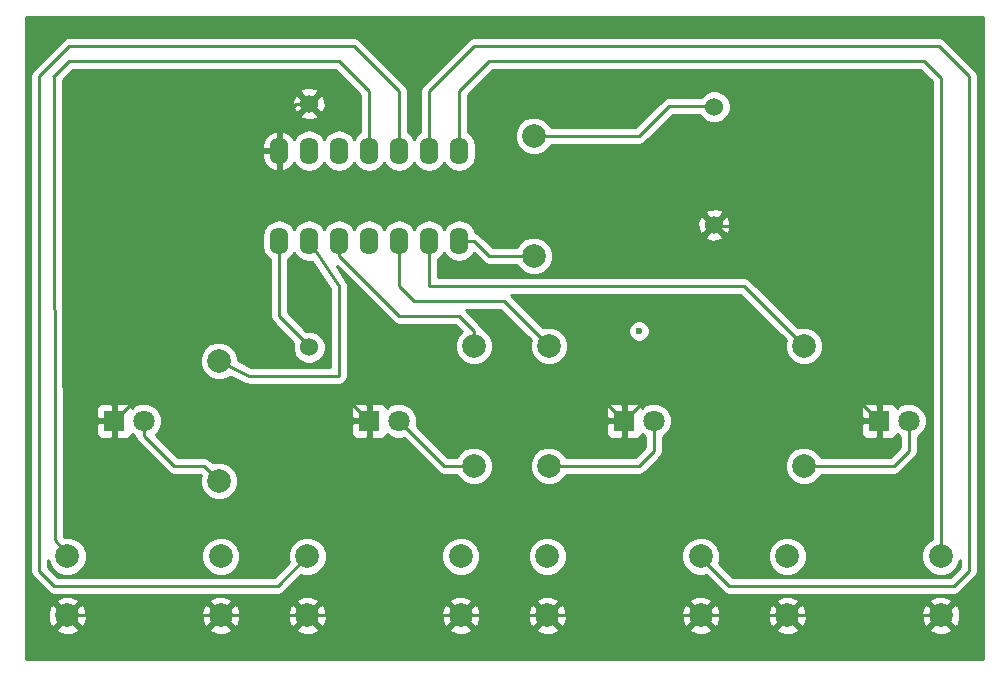
<source format=gbr>
G04 #@! TF.FileFunction,Copper,L1,Top,Signal*
%FSLAX46Y46*%
G04 Gerber Fmt 4.6, Leading zero omitted, Abs format (unit mm)*
G04 Created by KiCad (PCBNEW 4.0.6) date Sat Jun 24 19:56:57 2017*
%MOMM*%
%LPD*%
G01*
G04 APERTURE LIST*
%ADD10C,0.100000*%
%ADD11C,1.524000*%
%ADD12C,1.800000*%
%ADD13R,1.800000X1.800000*%
%ADD14O,1.600000X2.300000*%
%ADD15C,1.998980*%
%ADD16C,2.000000*%
%ADD17C,0.600000*%
%ADD18C,0.250000*%
%ADD19C,0.254000*%
G04 APERTURE END LIST*
D10*
D11*
X125730000Y-84900000D03*
X125730000Y-105520000D03*
D12*
X111760000Y-111760000D03*
D13*
X109220000Y-111760000D03*
D12*
X133350000Y-111760000D03*
D13*
X130810000Y-111760000D03*
D12*
X154940000Y-111760000D03*
D13*
X152400000Y-111760000D03*
D12*
X176530000Y-111760000D03*
D13*
X173990000Y-111760000D03*
D14*
X123190000Y-96520000D03*
X125730000Y-96520000D03*
X128270000Y-96520000D03*
X130810000Y-96520000D03*
X133350000Y-96520000D03*
X135890000Y-96520000D03*
X138430000Y-96520000D03*
X138430000Y-88900000D03*
X135890000Y-88900000D03*
X133350000Y-88900000D03*
X130810000Y-88900000D03*
X128270000Y-88900000D03*
X125730000Y-88900000D03*
X123190000Y-88900000D03*
D15*
X118110000Y-106680000D03*
X118110000Y-116840000D03*
X139700000Y-105410000D03*
X139700000Y-115570000D03*
X146050000Y-105410000D03*
X146050000Y-115570000D03*
X167640000Y-105410000D03*
X167640000Y-115570000D03*
X144780000Y-97790000D03*
X144780000Y-87630000D03*
D11*
X160020000Y-85170000D03*
X160020000Y-95170000D03*
D16*
X118260000Y-123230000D03*
X118260000Y-128230000D03*
X105260000Y-128230000D03*
X105260000Y-123230000D03*
X138580000Y-123230000D03*
X138580000Y-128230000D03*
X125580000Y-128230000D03*
X125580000Y-123230000D03*
X158900000Y-123230000D03*
X158900000Y-128230000D03*
X145900000Y-128230000D03*
X145900000Y-123230000D03*
X179220000Y-123230000D03*
X179220000Y-128230000D03*
X166220000Y-128230000D03*
X166220000Y-123230000D03*
D17*
X153670000Y-104140000D03*
D18*
X125730000Y-105520000D02*
X125730000Y-105410000D01*
X125730000Y-105410000D02*
X123190000Y-102870000D01*
X123190000Y-102870000D02*
X123190000Y-96520000D01*
X166220000Y-128230000D02*
X179220000Y-128230000D01*
X158900000Y-128230000D02*
X166220000Y-128230000D01*
X145900000Y-128230000D02*
X158900000Y-128230000D01*
X138580000Y-128230000D02*
X145900000Y-128230000D01*
X125580000Y-128230000D02*
X138580000Y-128230000D01*
X118260000Y-128230000D02*
X125580000Y-128230000D01*
X105260000Y-128230000D02*
X118260000Y-128230000D01*
X145900000Y-128230000D02*
X145900000Y-128120000D01*
X145900000Y-128120000D02*
X142240000Y-124460000D01*
X142240000Y-124460000D02*
X142240000Y-120650000D01*
X142240000Y-120650000D02*
X139700000Y-118110000D01*
X139700000Y-118110000D02*
X134620000Y-118110000D01*
X134620000Y-118110000D02*
X130810000Y-114300000D01*
X130810000Y-114300000D02*
X130810000Y-111760000D01*
X173990000Y-111760000D02*
X173990000Y-104140000D01*
X165100000Y-95250000D02*
X160100000Y-95250000D01*
X173990000Y-104140000D02*
X165100000Y-95250000D01*
X160100000Y-95250000D02*
X160020000Y-95170000D01*
X123190000Y-88900000D02*
X123190000Y-86360000D01*
X124650000Y-84900000D02*
X125730000Y-84900000D01*
X123190000Y-86360000D02*
X124650000Y-84900000D01*
X109220000Y-111760000D02*
X109220000Y-88900000D01*
X111640000Y-86480000D02*
X115570000Y-86480000D01*
X109220000Y-88900000D02*
X111640000Y-86480000D01*
X109220000Y-111760000D02*
X111760000Y-109220000D01*
X128270000Y-109220000D02*
X130810000Y-111760000D01*
X111760000Y-109220000D02*
X128270000Y-109220000D01*
X130810000Y-111760000D02*
X130810000Y-110490000D01*
X130810000Y-110490000D02*
X132080000Y-109220000D01*
X132080000Y-109220000D02*
X149860000Y-109220000D01*
X149860000Y-109220000D02*
X152400000Y-111760000D01*
X152400000Y-111760000D02*
X154940000Y-109220000D01*
X171450000Y-109220000D02*
X173990000Y-111760000D01*
X167640000Y-109220000D02*
X171450000Y-109220000D01*
X154940000Y-109220000D02*
X167640000Y-109220000D01*
X115570000Y-86480000D02*
X115570000Y-87630000D01*
X115570000Y-87630000D02*
X116840000Y-88900000D01*
X116840000Y-88900000D02*
X123190000Y-88900000D01*
X115690000Y-86480000D02*
X115570000Y-86480000D01*
X123270000Y-88820000D02*
X123190000Y-88900000D01*
X111760000Y-111760000D02*
X111760000Y-113030000D01*
X116840000Y-115570000D02*
X118110000Y-116840000D01*
X114300000Y-115570000D02*
X116840000Y-115570000D01*
X111760000Y-113030000D02*
X114300000Y-115570000D01*
X133350000Y-111760000D02*
X135890000Y-114300000D01*
X137160000Y-115570000D02*
X139700000Y-115570000D01*
X135890000Y-114300000D02*
X137160000Y-115570000D01*
X146050000Y-115570000D02*
X153670000Y-115570000D01*
X154940000Y-114300000D02*
X154940000Y-111760000D01*
X153670000Y-115570000D02*
X154940000Y-114300000D01*
X167640000Y-115570000D02*
X175260000Y-115570000D01*
X176530000Y-114300000D02*
X176530000Y-111760000D01*
X175260000Y-115570000D02*
X176530000Y-114300000D01*
X125730000Y-96520000D02*
X128270000Y-100330000D01*
X120650000Y-107950000D02*
X118110000Y-106680000D01*
X128270000Y-107950000D02*
X120650000Y-107950000D01*
X128270000Y-104140000D02*
X128270000Y-107950000D01*
X128270000Y-100330000D02*
X128270000Y-104140000D01*
X139700000Y-105410000D02*
X139700000Y-104140000D01*
X128270000Y-97790000D02*
X128270000Y-96520000D01*
X133350000Y-102870000D02*
X128270000Y-97790000D01*
X138430000Y-102870000D02*
X133350000Y-102870000D01*
X139700000Y-104140000D02*
X138430000Y-102870000D01*
X135890000Y-96520000D02*
X135890000Y-100330000D01*
X162560000Y-100330000D02*
X167640000Y-105410000D01*
X152400000Y-100330000D02*
X162560000Y-100330000D01*
X135890000Y-100330000D02*
X152400000Y-100330000D01*
X133350000Y-96520000D02*
X133350000Y-100330000D01*
X142240000Y-101600000D02*
X146050000Y-105410000D01*
X134620000Y-101600000D02*
X142240000Y-101600000D01*
X133350000Y-100330000D02*
X134620000Y-101600000D01*
X138430000Y-96520000D02*
X139700000Y-96520000D01*
X140970000Y-97790000D02*
X144780000Y-97790000D01*
X139700000Y-96520000D02*
X140970000Y-97790000D01*
X104140000Y-82550000D02*
X104203890Y-121856110D01*
X104203890Y-121856110D02*
X105260000Y-122912220D01*
X105260000Y-122912220D02*
X105260000Y-123230000D01*
X130810000Y-88900000D02*
X130810000Y-83820000D01*
X105410000Y-81280000D02*
X104140000Y-82550000D01*
X104140000Y-82550000D02*
X104076110Y-82585718D01*
X128270000Y-81280000D02*
X105410000Y-81280000D01*
X130810000Y-83820000D02*
X128270000Y-81280000D01*
X133350000Y-88900000D02*
X133350000Y-83820000D01*
X123080000Y-125730000D02*
X125580000Y-123230000D01*
X104140000Y-125730000D02*
X123080000Y-125730000D01*
X102870000Y-124460000D02*
X104140000Y-125730000D01*
X102870000Y-82550000D02*
X102870000Y-124460000D01*
X105410000Y-80010000D02*
X102870000Y-82550000D01*
X129540000Y-80010000D02*
X105410000Y-80010000D01*
X133350000Y-83820000D02*
X129540000Y-80010000D01*
X135890000Y-88900000D02*
X135890000Y-83820000D01*
X161290000Y-125730000D02*
X158900000Y-123340000D01*
X180340000Y-125730000D02*
X161290000Y-125730000D01*
X181610000Y-124460000D02*
X180340000Y-125730000D01*
X181610000Y-82550000D02*
X181610000Y-124460000D01*
X179070000Y-80010000D02*
X181610000Y-82550000D01*
X139700000Y-80010000D02*
X179070000Y-80010000D01*
X135890000Y-83820000D02*
X139700000Y-80010000D01*
X158900000Y-123340000D02*
X158900000Y-123230000D01*
X158900000Y-123340000D02*
X158900000Y-123230000D01*
X138430000Y-88900000D02*
X138430000Y-83820000D01*
X179220000Y-82700000D02*
X179220000Y-123230000D01*
X177800000Y-81280000D02*
X179220000Y-82700000D01*
X140970000Y-81280000D02*
X177800000Y-81280000D01*
X138430000Y-83820000D02*
X140970000Y-81280000D01*
X144780000Y-87630000D02*
X153670000Y-87630000D01*
X156210000Y-85090000D02*
X159940000Y-85090000D01*
X153670000Y-87630000D02*
X156210000Y-85090000D01*
X159940000Y-85090000D02*
X160020000Y-85170000D01*
D19*
G36*
X182753000Y-131953000D02*
X101727000Y-131953000D01*
X101727000Y-129382532D01*
X104287073Y-129382532D01*
X104385736Y-129649387D01*
X104995461Y-129875908D01*
X105645460Y-129851856D01*
X106134264Y-129649387D01*
X106232927Y-129382532D01*
X117287073Y-129382532D01*
X117385736Y-129649387D01*
X117995461Y-129875908D01*
X118645460Y-129851856D01*
X119134264Y-129649387D01*
X119232927Y-129382532D01*
X124607073Y-129382532D01*
X124705736Y-129649387D01*
X125315461Y-129875908D01*
X125965460Y-129851856D01*
X126454264Y-129649387D01*
X126552927Y-129382532D01*
X137607073Y-129382532D01*
X137705736Y-129649387D01*
X138315461Y-129875908D01*
X138965460Y-129851856D01*
X139454264Y-129649387D01*
X139552927Y-129382532D01*
X144927073Y-129382532D01*
X145025736Y-129649387D01*
X145635461Y-129875908D01*
X146285460Y-129851856D01*
X146774264Y-129649387D01*
X146872927Y-129382532D01*
X157927073Y-129382532D01*
X158025736Y-129649387D01*
X158635461Y-129875908D01*
X159285460Y-129851856D01*
X159774264Y-129649387D01*
X159872927Y-129382532D01*
X165247073Y-129382532D01*
X165345736Y-129649387D01*
X165955461Y-129875908D01*
X166605460Y-129851856D01*
X167094264Y-129649387D01*
X167192927Y-129382532D01*
X178247073Y-129382532D01*
X178345736Y-129649387D01*
X178955461Y-129875908D01*
X179605460Y-129851856D01*
X180094264Y-129649387D01*
X180192927Y-129382532D01*
X179220000Y-128409605D01*
X178247073Y-129382532D01*
X167192927Y-129382532D01*
X166220000Y-128409605D01*
X165247073Y-129382532D01*
X159872927Y-129382532D01*
X158900000Y-128409605D01*
X157927073Y-129382532D01*
X146872927Y-129382532D01*
X145900000Y-128409605D01*
X144927073Y-129382532D01*
X139552927Y-129382532D01*
X138580000Y-128409605D01*
X137607073Y-129382532D01*
X126552927Y-129382532D01*
X125580000Y-128409605D01*
X124607073Y-129382532D01*
X119232927Y-129382532D01*
X118260000Y-128409605D01*
X117287073Y-129382532D01*
X106232927Y-129382532D01*
X105260000Y-128409605D01*
X104287073Y-129382532D01*
X101727000Y-129382532D01*
X101727000Y-127965461D01*
X103614092Y-127965461D01*
X103638144Y-128615460D01*
X103840613Y-129104264D01*
X104107468Y-129202927D01*
X105080395Y-128230000D01*
X105439605Y-128230000D01*
X106412532Y-129202927D01*
X106679387Y-129104264D01*
X106905908Y-128494539D01*
X106886331Y-127965461D01*
X116614092Y-127965461D01*
X116638144Y-128615460D01*
X116840613Y-129104264D01*
X117107468Y-129202927D01*
X118080395Y-128230000D01*
X118439605Y-128230000D01*
X119412532Y-129202927D01*
X119679387Y-129104264D01*
X119905908Y-128494539D01*
X119886331Y-127965461D01*
X123934092Y-127965461D01*
X123958144Y-128615460D01*
X124160613Y-129104264D01*
X124427468Y-129202927D01*
X125400395Y-128230000D01*
X125759605Y-128230000D01*
X126732532Y-129202927D01*
X126999387Y-129104264D01*
X127225908Y-128494539D01*
X127206331Y-127965461D01*
X136934092Y-127965461D01*
X136958144Y-128615460D01*
X137160613Y-129104264D01*
X137427468Y-129202927D01*
X138400395Y-128230000D01*
X138759605Y-128230000D01*
X139732532Y-129202927D01*
X139999387Y-129104264D01*
X140225908Y-128494539D01*
X140206331Y-127965461D01*
X144254092Y-127965461D01*
X144278144Y-128615460D01*
X144480613Y-129104264D01*
X144747468Y-129202927D01*
X145720395Y-128230000D01*
X146079605Y-128230000D01*
X147052532Y-129202927D01*
X147319387Y-129104264D01*
X147545908Y-128494539D01*
X147526331Y-127965461D01*
X157254092Y-127965461D01*
X157278144Y-128615460D01*
X157480613Y-129104264D01*
X157747468Y-129202927D01*
X158720395Y-128230000D01*
X159079605Y-128230000D01*
X160052532Y-129202927D01*
X160319387Y-129104264D01*
X160545908Y-128494539D01*
X160526331Y-127965461D01*
X164574092Y-127965461D01*
X164598144Y-128615460D01*
X164800613Y-129104264D01*
X165067468Y-129202927D01*
X166040395Y-128230000D01*
X166399605Y-128230000D01*
X167372532Y-129202927D01*
X167639387Y-129104264D01*
X167865908Y-128494539D01*
X167846331Y-127965461D01*
X177574092Y-127965461D01*
X177598144Y-128615460D01*
X177800613Y-129104264D01*
X178067468Y-129202927D01*
X179040395Y-128230000D01*
X179399605Y-128230000D01*
X180372532Y-129202927D01*
X180639387Y-129104264D01*
X180865908Y-128494539D01*
X180841856Y-127844540D01*
X180639387Y-127355736D01*
X180372532Y-127257073D01*
X179399605Y-128230000D01*
X179040395Y-128230000D01*
X178067468Y-127257073D01*
X177800613Y-127355736D01*
X177574092Y-127965461D01*
X167846331Y-127965461D01*
X167841856Y-127844540D01*
X167639387Y-127355736D01*
X167372532Y-127257073D01*
X166399605Y-128230000D01*
X166040395Y-128230000D01*
X165067468Y-127257073D01*
X164800613Y-127355736D01*
X164574092Y-127965461D01*
X160526331Y-127965461D01*
X160521856Y-127844540D01*
X160319387Y-127355736D01*
X160052532Y-127257073D01*
X159079605Y-128230000D01*
X158720395Y-128230000D01*
X157747468Y-127257073D01*
X157480613Y-127355736D01*
X157254092Y-127965461D01*
X147526331Y-127965461D01*
X147521856Y-127844540D01*
X147319387Y-127355736D01*
X147052532Y-127257073D01*
X146079605Y-128230000D01*
X145720395Y-128230000D01*
X144747468Y-127257073D01*
X144480613Y-127355736D01*
X144254092Y-127965461D01*
X140206331Y-127965461D01*
X140201856Y-127844540D01*
X139999387Y-127355736D01*
X139732532Y-127257073D01*
X138759605Y-128230000D01*
X138400395Y-128230000D01*
X137427468Y-127257073D01*
X137160613Y-127355736D01*
X136934092Y-127965461D01*
X127206331Y-127965461D01*
X127201856Y-127844540D01*
X126999387Y-127355736D01*
X126732532Y-127257073D01*
X125759605Y-128230000D01*
X125400395Y-128230000D01*
X124427468Y-127257073D01*
X124160613Y-127355736D01*
X123934092Y-127965461D01*
X119886331Y-127965461D01*
X119881856Y-127844540D01*
X119679387Y-127355736D01*
X119412532Y-127257073D01*
X118439605Y-128230000D01*
X118080395Y-128230000D01*
X117107468Y-127257073D01*
X116840613Y-127355736D01*
X116614092Y-127965461D01*
X106886331Y-127965461D01*
X106881856Y-127844540D01*
X106679387Y-127355736D01*
X106412532Y-127257073D01*
X105439605Y-128230000D01*
X105080395Y-128230000D01*
X104107468Y-127257073D01*
X103840613Y-127355736D01*
X103614092Y-127965461D01*
X101727000Y-127965461D01*
X101727000Y-127077468D01*
X104287073Y-127077468D01*
X105260000Y-128050395D01*
X106232927Y-127077468D01*
X117287073Y-127077468D01*
X118260000Y-128050395D01*
X119232927Y-127077468D01*
X124607073Y-127077468D01*
X125580000Y-128050395D01*
X126552927Y-127077468D01*
X137607073Y-127077468D01*
X138580000Y-128050395D01*
X139552927Y-127077468D01*
X144927073Y-127077468D01*
X145900000Y-128050395D01*
X146872927Y-127077468D01*
X157927073Y-127077468D01*
X158900000Y-128050395D01*
X159872927Y-127077468D01*
X165247073Y-127077468D01*
X166220000Y-128050395D01*
X167192927Y-127077468D01*
X178247073Y-127077468D01*
X179220000Y-128050395D01*
X180192927Y-127077468D01*
X180094264Y-126810613D01*
X179484539Y-126584092D01*
X178834540Y-126608144D01*
X178345736Y-126810613D01*
X178247073Y-127077468D01*
X167192927Y-127077468D01*
X167094264Y-126810613D01*
X166484539Y-126584092D01*
X165834540Y-126608144D01*
X165345736Y-126810613D01*
X165247073Y-127077468D01*
X159872927Y-127077468D01*
X159774264Y-126810613D01*
X159164539Y-126584092D01*
X158514540Y-126608144D01*
X158025736Y-126810613D01*
X157927073Y-127077468D01*
X146872927Y-127077468D01*
X146774264Y-126810613D01*
X146164539Y-126584092D01*
X145514540Y-126608144D01*
X145025736Y-126810613D01*
X144927073Y-127077468D01*
X139552927Y-127077468D01*
X139454264Y-126810613D01*
X138844539Y-126584092D01*
X138194540Y-126608144D01*
X137705736Y-126810613D01*
X137607073Y-127077468D01*
X126552927Y-127077468D01*
X126454264Y-126810613D01*
X125844539Y-126584092D01*
X125194540Y-126608144D01*
X124705736Y-126810613D01*
X124607073Y-127077468D01*
X119232927Y-127077468D01*
X119134264Y-126810613D01*
X118524539Y-126584092D01*
X117874540Y-126608144D01*
X117385736Y-126810613D01*
X117287073Y-127077468D01*
X106232927Y-127077468D01*
X106134264Y-126810613D01*
X105524539Y-126584092D01*
X104874540Y-126608144D01*
X104385736Y-126810613D01*
X104287073Y-127077468D01*
X101727000Y-127077468D01*
X101727000Y-82550000D01*
X102110000Y-82550000D01*
X102110000Y-124460000D01*
X102167852Y-124750839D01*
X102332599Y-124997401D01*
X103602599Y-126267401D01*
X103849160Y-126432148D01*
X104140000Y-126490000D01*
X123080000Y-126490000D01*
X123370839Y-126432148D01*
X123617401Y-126267401D01*
X125088527Y-124796275D01*
X125253352Y-124864716D01*
X125903795Y-124865284D01*
X126504943Y-124616894D01*
X126965278Y-124157363D01*
X127214716Y-123556648D01*
X127214718Y-123553795D01*
X136944716Y-123553795D01*
X137193106Y-124154943D01*
X137652637Y-124615278D01*
X138253352Y-124864716D01*
X138903795Y-124865284D01*
X139504943Y-124616894D01*
X139965278Y-124157363D01*
X140214716Y-123556648D01*
X140214718Y-123553795D01*
X144264716Y-123553795D01*
X144513106Y-124154943D01*
X144972637Y-124615278D01*
X145573352Y-124864716D01*
X146223795Y-124865284D01*
X146824943Y-124616894D01*
X147285278Y-124157363D01*
X147534716Y-123556648D01*
X147535284Y-122906205D01*
X147286894Y-122305057D01*
X146827363Y-121844722D01*
X146226648Y-121595284D01*
X145576205Y-121594716D01*
X144975057Y-121843106D01*
X144514722Y-122302637D01*
X144265284Y-122903352D01*
X144264716Y-123553795D01*
X140214718Y-123553795D01*
X140215284Y-122906205D01*
X139966894Y-122305057D01*
X139507363Y-121844722D01*
X138906648Y-121595284D01*
X138256205Y-121594716D01*
X137655057Y-121843106D01*
X137194722Y-122302637D01*
X136945284Y-122903352D01*
X136944716Y-123553795D01*
X127214718Y-123553795D01*
X127215284Y-122906205D01*
X126966894Y-122305057D01*
X126507363Y-121844722D01*
X125906648Y-121595284D01*
X125256205Y-121594716D01*
X124655057Y-121843106D01*
X124194722Y-122302637D01*
X123945284Y-122903352D01*
X123944716Y-123553795D01*
X124013919Y-123721279D01*
X122765198Y-124970000D01*
X104454802Y-124970000D01*
X103630000Y-124145198D01*
X103630000Y-123566583D01*
X103873106Y-124154943D01*
X104332637Y-124615278D01*
X104933352Y-124864716D01*
X105583795Y-124865284D01*
X106184943Y-124616894D01*
X106645278Y-124157363D01*
X106894716Y-123556648D01*
X106894718Y-123553795D01*
X116624716Y-123553795D01*
X116873106Y-124154943D01*
X117332637Y-124615278D01*
X117933352Y-124864716D01*
X118583795Y-124865284D01*
X119184943Y-124616894D01*
X119645278Y-124157363D01*
X119894716Y-123556648D01*
X119895284Y-122906205D01*
X119646894Y-122305057D01*
X119187363Y-121844722D01*
X118586648Y-121595284D01*
X117936205Y-121594716D01*
X117335057Y-121843106D01*
X116874722Y-122302637D01*
X116625284Y-122903352D01*
X116624716Y-123553795D01*
X106894718Y-123553795D01*
X106895284Y-122906205D01*
X106646894Y-122305057D01*
X106187363Y-121844722D01*
X105586648Y-121595284D01*
X105017369Y-121594787D01*
X104963378Y-121540796D01*
X104947945Y-112045750D01*
X107685000Y-112045750D01*
X107685000Y-112786310D01*
X107781673Y-113019699D01*
X107960302Y-113198327D01*
X108193691Y-113295000D01*
X108934250Y-113295000D01*
X109093000Y-113136250D01*
X109093000Y-111887000D01*
X107843750Y-111887000D01*
X107685000Y-112045750D01*
X104947945Y-112045750D01*
X104945813Y-110733690D01*
X107685000Y-110733690D01*
X107685000Y-111474250D01*
X107843750Y-111633000D01*
X109093000Y-111633000D01*
X109093000Y-110383750D01*
X109347000Y-110383750D01*
X109347000Y-111633000D01*
X109367000Y-111633000D01*
X109367000Y-111887000D01*
X109347000Y-111887000D01*
X109347000Y-113136250D01*
X109505750Y-113295000D01*
X110246309Y-113295000D01*
X110479698Y-113198327D01*
X110658327Y-113019699D01*
X110714119Y-112885006D01*
X110889357Y-113060551D01*
X111016586Y-113113381D01*
X111057852Y-113320839D01*
X111222599Y-113567401D01*
X113762599Y-116107401D01*
X114009160Y-116272148D01*
X114057414Y-116281746D01*
X114300000Y-116330000D01*
X116525198Y-116330000D01*
X116544115Y-116348917D01*
X116475794Y-116513453D01*
X116475226Y-117163694D01*
X116723538Y-117764655D01*
X117182927Y-118224846D01*
X117783453Y-118474206D01*
X118433694Y-118474774D01*
X119034655Y-118226462D01*
X119494846Y-117767073D01*
X119744206Y-117166547D01*
X119744774Y-116516306D01*
X119496462Y-115915345D01*
X119037073Y-115455154D01*
X118436547Y-115205794D01*
X117786306Y-115205226D01*
X117619111Y-115274309D01*
X117377401Y-115032599D01*
X117130839Y-114867852D01*
X116840000Y-114810000D01*
X114614802Y-114810000D01*
X112747725Y-112942923D01*
X113060551Y-112630643D01*
X113294733Y-112066670D01*
X113294751Y-112045750D01*
X129275000Y-112045750D01*
X129275000Y-112786310D01*
X129371673Y-113019699D01*
X129550302Y-113198327D01*
X129783691Y-113295000D01*
X130524250Y-113295000D01*
X130683000Y-113136250D01*
X130683000Y-111887000D01*
X129433750Y-111887000D01*
X129275000Y-112045750D01*
X113294751Y-112045750D01*
X113295265Y-111456009D01*
X113062068Y-110891629D01*
X112904405Y-110733690D01*
X129275000Y-110733690D01*
X129275000Y-111474250D01*
X129433750Y-111633000D01*
X130683000Y-111633000D01*
X130683000Y-110383750D01*
X130937000Y-110383750D01*
X130937000Y-111633000D01*
X130957000Y-111633000D01*
X130957000Y-111887000D01*
X130937000Y-111887000D01*
X130937000Y-113136250D01*
X131095750Y-113295000D01*
X131836309Y-113295000D01*
X132069698Y-113198327D01*
X132248327Y-113019699D01*
X132304119Y-112885006D01*
X132479357Y-113060551D01*
X133043330Y-113294733D01*
X133653991Y-113295265D01*
X133764713Y-113249515D01*
X136622599Y-116107401D01*
X136869160Y-116272148D01*
X137160000Y-116330000D01*
X138245504Y-116330000D01*
X138313538Y-116494655D01*
X138772927Y-116954846D01*
X139373453Y-117204206D01*
X140023694Y-117204774D01*
X140624655Y-116956462D01*
X141084846Y-116497073D01*
X141334206Y-115896547D01*
X141334208Y-115893694D01*
X144415226Y-115893694D01*
X144663538Y-116494655D01*
X145122927Y-116954846D01*
X145723453Y-117204206D01*
X146373694Y-117204774D01*
X146974655Y-116956462D01*
X147434846Y-116497073D01*
X147504221Y-116330000D01*
X153670000Y-116330000D01*
X153960839Y-116272148D01*
X154207401Y-116107401D01*
X154421108Y-115893694D01*
X166005226Y-115893694D01*
X166253538Y-116494655D01*
X166712927Y-116954846D01*
X167313453Y-117204206D01*
X167963694Y-117204774D01*
X168564655Y-116956462D01*
X169024846Y-116497073D01*
X169094221Y-116330000D01*
X175260000Y-116330000D01*
X175550839Y-116272148D01*
X175797401Y-116107401D01*
X177067401Y-114837401D01*
X177232148Y-114590840D01*
X177290000Y-114300000D01*
X177290000Y-113106846D01*
X177398371Y-113062068D01*
X177830551Y-112630643D01*
X178064733Y-112066670D01*
X178065265Y-111456009D01*
X177832068Y-110891629D01*
X177400643Y-110459449D01*
X176836670Y-110225267D01*
X176226009Y-110224735D01*
X175661629Y-110457932D01*
X175484159Y-110635092D01*
X175428327Y-110500301D01*
X175249698Y-110321673D01*
X175016309Y-110225000D01*
X174275750Y-110225000D01*
X174117000Y-110383750D01*
X174117000Y-111633000D01*
X174137000Y-111633000D01*
X174137000Y-111887000D01*
X174117000Y-111887000D01*
X174117000Y-113136250D01*
X174275750Y-113295000D01*
X175016309Y-113295000D01*
X175249698Y-113198327D01*
X175428327Y-113019699D01*
X175484119Y-112885006D01*
X175659357Y-113060551D01*
X175770000Y-113106494D01*
X175770000Y-113985198D01*
X174945198Y-114810000D01*
X169094496Y-114810000D01*
X169026462Y-114645345D01*
X168567073Y-114185154D01*
X167966547Y-113935794D01*
X167316306Y-113935226D01*
X166715345Y-114183538D01*
X166255154Y-114642927D01*
X166005794Y-115243453D01*
X166005226Y-115893694D01*
X154421108Y-115893694D01*
X155477401Y-114837401D01*
X155642148Y-114590840D01*
X155700000Y-114300000D01*
X155700000Y-113106846D01*
X155808371Y-113062068D01*
X156240551Y-112630643D01*
X156474733Y-112066670D01*
X156474751Y-112045750D01*
X172455000Y-112045750D01*
X172455000Y-112786310D01*
X172551673Y-113019699D01*
X172730302Y-113198327D01*
X172963691Y-113295000D01*
X173704250Y-113295000D01*
X173863000Y-113136250D01*
X173863000Y-111887000D01*
X172613750Y-111887000D01*
X172455000Y-112045750D01*
X156474751Y-112045750D01*
X156475265Y-111456009D01*
X156242068Y-110891629D01*
X156084405Y-110733690D01*
X172455000Y-110733690D01*
X172455000Y-111474250D01*
X172613750Y-111633000D01*
X173863000Y-111633000D01*
X173863000Y-110383750D01*
X173704250Y-110225000D01*
X172963691Y-110225000D01*
X172730302Y-110321673D01*
X172551673Y-110500301D01*
X172455000Y-110733690D01*
X156084405Y-110733690D01*
X155810643Y-110459449D01*
X155246670Y-110225267D01*
X154636009Y-110224735D01*
X154071629Y-110457932D01*
X153894159Y-110635092D01*
X153838327Y-110500301D01*
X153659698Y-110321673D01*
X153426309Y-110225000D01*
X152685750Y-110225000D01*
X152527000Y-110383750D01*
X152527000Y-111633000D01*
X152547000Y-111633000D01*
X152547000Y-111887000D01*
X152527000Y-111887000D01*
X152527000Y-113136250D01*
X152685750Y-113295000D01*
X153426309Y-113295000D01*
X153659698Y-113198327D01*
X153838327Y-113019699D01*
X153894119Y-112885006D01*
X154069357Y-113060551D01*
X154180000Y-113106494D01*
X154180000Y-113985198D01*
X153355198Y-114810000D01*
X147504496Y-114810000D01*
X147436462Y-114645345D01*
X146977073Y-114185154D01*
X146376547Y-113935794D01*
X145726306Y-113935226D01*
X145125345Y-114183538D01*
X144665154Y-114642927D01*
X144415794Y-115243453D01*
X144415226Y-115893694D01*
X141334208Y-115893694D01*
X141334774Y-115246306D01*
X141086462Y-114645345D01*
X140627073Y-114185154D01*
X140026547Y-113935794D01*
X139376306Y-113935226D01*
X138775345Y-114183538D01*
X138315154Y-114642927D01*
X138245779Y-114810000D01*
X137474802Y-114810000D01*
X134839766Y-112174964D01*
X134884733Y-112066670D01*
X134884751Y-112045750D01*
X150865000Y-112045750D01*
X150865000Y-112786310D01*
X150961673Y-113019699D01*
X151140302Y-113198327D01*
X151373691Y-113295000D01*
X152114250Y-113295000D01*
X152273000Y-113136250D01*
X152273000Y-111887000D01*
X151023750Y-111887000D01*
X150865000Y-112045750D01*
X134884751Y-112045750D01*
X134885265Y-111456009D01*
X134652068Y-110891629D01*
X134494405Y-110733690D01*
X150865000Y-110733690D01*
X150865000Y-111474250D01*
X151023750Y-111633000D01*
X152273000Y-111633000D01*
X152273000Y-110383750D01*
X152114250Y-110225000D01*
X151373691Y-110225000D01*
X151140302Y-110321673D01*
X150961673Y-110500301D01*
X150865000Y-110733690D01*
X134494405Y-110733690D01*
X134220643Y-110459449D01*
X133656670Y-110225267D01*
X133046009Y-110224735D01*
X132481629Y-110457932D01*
X132304159Y-110635092D01*
X132248327Y-110500301D01*
X132069698Y-110321673D01*
X131836309Y-110225000D01*
X131095750Y-110225000D01*
X130937000Y-110383750D01*
X130683000Y-110383750D01*
X130524250Y-110225000D01*
X129783691Y-110225000D01*
X129550302Y-110321673D01*
X129371673Y-110500301D01*
X129275000Y-110733690D01*
X112904405Y-110733690D01*
X112630643Y-110459449D01*
X112066670Y-110225267D01*
X111456009Y-110224735D01*
X110891629Y-110457932D01*
X110714159Y-110635092D01*
X110658327Y-110500301D01*
X110479698Y-110321673D01*
X110246309Y-110225000D01*
X109505750Y-110225000D01*
X109347000Y-110383750D01*
X109093000Y-110383750D01*
X108934250Y-110225000D01*
X108193691Y-110225000D01*
X107960302Y-110321673D01*
X107781673Y-110500301D01*
X107685000Y-110733690D01*
X104945813Y-110733690D01*
X104939750Y-107003694D01*
X116475226Y-107003694D01*
X116723538Y-107604655D01*
X117182927Y-108064846D01*
X117783453Y-108314206D01*
X118433694Y-108314774D01*
X119034655Y-108066462D01*
X119084332Y-108016872D01*
X120310117Y-108629765D01*
X120336458Y-108636978D01*
X120359161Y-108652148D01*
X120478635Y-108675913D01*
X120596124Y-108708087D01*
X120623214Y-108704672D01*
X120650000Y-108710000D01*
X128270000Y-108710000D01*
X128560839Y-108652148D01*
X128807401Y-108487401D01*
X128972148Y-108240839D01*
X129030000Y-107950000D01*
X129030000Y-100330000D01*
X129015473Y-100256969D01*
X129015551Y-100182511D01*
X128986828Y-100112962D01*
X128972148Y-100039161D01*
X128930781Y-99977251D01*
X128902358Y-99908428D01*
X128079822Y-98674624D01*
X132812599Y-103407401D01*
X133059161Y-103572148D01*
X133350000Y-103630000D01*
X138115198Y-103630000D01*
X138641924Y-104156726D01*
X138315154Y-104482927D01*
X138065794Y-105083453D01*
X138065226Y-105733694D01*
X138313538Y-106334655D01*
X138772927Y-106794846D01*
X139373453Y-107044206D01*
X140023694Y-107044774D01*
X140624655Y-106796462D01*
X141084846Y-106337073D01*
X141334206Y-105736547D01*
X141334774Y-105086306D01*
X141086462Y-104485345D01*
X140627073Y-104025154D01*
X140420057Y-103939193D01*
X140402148Y-103849161D01*
X140402148Y-103849160D01*
X140237401Y-103602599D01*
X138994802Y-102360000D01*
X141925198Y-102360000D01*
X144484115Y-104918917D01*
X144415794Y-105083453D01*
X144415226Y-105733694D01*
X144663538Y-106334655D01*
X145122927Y-106794846D01*
X145723453Y-107044206D01*
X146373694Y-107044774D01*
X146974655Y-106796462D01*
X147434846Y-106337073D01*
X147684206Y-105736547D01*
X147684774Y-105086306D01*
X147436462Y-104485345D01*
X147276564Y-104325167D01*
X152734838Y-104325167D01*
X152876883Y-104668943D01*
X153139673Y-104932192D01*
X153483201Y-105074838D01*
X153855167Y-105075162D01*
X154198943Y-104933117D01*
X154462192Y-104670327D01*
X154604838Y-104326799D01*
X154605162Y-103954833D01*
X154463117Y-103611057D01*
X154200327Y-103347808D01*
X153856799Y-103205162D01*
X153484833Y-103204838D01*
X153141057Y-103346883D01*
X152877808Y-103609673D01*
X152735162Y-103953201D01*
X152734838Y-104325167D01*
X147276564Y-104325167D01*
X146977073Y-104025154D01*
X146376547Y-103775794D01*
X145726306Y-103775226D01*
X145559111Y-103844309D01*
X142804802Y-101090000D01*
X162245198Y-101090000D01*
X166074115Y-104918917D01*
X166005794Y-105083453D01*
X166005226Y-105733694D01*
X166253538Y-106334655D01*
X166712927Y-106794846D01*
X167313453Y-107044206D01*
X167963694Y-107044774D01*
X168564655Y-106796462D01*
X169024846Y-106337073D01*
X169274206Y-105736547D01*
X169274774Y-105086306D01*
X169026462Y-104485345D01*
X168567073Y-104025154D01*
X167966547Y-103775794D01*
X167316306Y-103775226D01*
X167149111Y-103844309D01*
X163097401Y-99792599D01*
X162850839Y-99627852D01*
X162560000Y-99570000D01*
X136650000Y-99570000D01*
X136650000Y-98089852D01*
X136904698Y-97919668D01*
X137160000Y-97537582D01*
X137415302Y-97919668D01*
X137880849Y-98230737D01*
X138430000Y-98339970D01*
X138979151Y-98230737D01*
X139444698Y-97919668D01*
X139677081Y-97571883D01*
X140432599Y-98327401D01*
X140679160Y-98492148D01*
X140970000Y-98550000D01*
X143325504Y-98550000D01*
X143393538Y-98714655D01*
X143852927Y-99174846D01*
X144453453Y-99424206D01*
X145103694Y-99424774D01*
X145704655Y-99176462D01*
X146164846Y-98717073D01*
X146414206Y-98116547D01*
X146414774Y-97466306D01*
X146166462Y-96865345D01*
X145707073Y-96405154D01*
X145106547Y-96155794D01*
X144456306Y-96155226D01*
X143855345Y-96403538D01*
X143395154Y-96862927D01*
X143325779Y-97030000D01*
X141284802Y-97030000D01*
X140405015Y-96150213D01*
X159219392Y-96150213D01*
X159288857Y-96392397D01*
X159812302Y-96579144D01*
X160367368Y-96551362D01*
X160751143Y-96392397D01*
X160820608Y-96150213D01*
X160020000Y-95349605D01*
X159219392Y-96150213D01*
X140405015Y-96150213D01*
X140237401Y-95982599D01*
X139990839Y-95817852D01*
X139794126Y-95778723D01*
X139755767Y-95585879D01*
X139444698Y-95120332D01*
X139208190Y-94962302D01*
X158610856Y-94962302D01*
X158638638Y-95517368D01*
X158797603Y-95901143D01*
X159039787Y-95970608D01*
X159840395Y-95170000D01*
X160199605Y-95170000D01*
X161000213Y-95970608D01*
X161242397Y-95901143D01*
X161429144Y-95377698D01*
X161401362Y-94822632D01*
X161242397Y-94438857D01*
X161000213Y-94369392D01*
X160199605Y-95170000D01*
X159840395Y-95170000D01*
X159039787Y-94369392D01*
X158797603Y-94438857D01*
X158610856Y-94962302D01*
X139208190Y-94962302D01*
X138979151Y-94809263D01*
X138430000Y-94700030D01*
X137880849Y-94809263D01*
X137415302Y-95120332D01*
X137160000Y-95502418D01*
X136904698Y-95120332D01*
X136439151Y-94809263D01*
X135890000Y-94700030D01*
X135340849Y-94809263D01*
X134875302Y-95120332D01*
X134620000Y-95502418D01*
X134364698Y-95120332D01*
X133899151Y-94809263D01*
X133350000Y-94700030D01*
X132800849Y-94809263D01*
X132335302Y-95120332D01*
X132080000Y-95502418D01*
X131824698Y-95120332D01*
X131359151Y-94809263D01*
X130810000Y-94700030D01*
X130260849Y-94809263D01*
X129795302Y-95120332D01*
X129540000Y-95502418D01*
X129284698Y-95120332D01*
X128819151Y-94809263D01*
X128270000Y-94700030D01*
X127720849Y-94809263D01*
X127255302Y-95120332D01*
X127000000Y-95502418D01*
X126744698Y-95120332D01*
X126279151Y-94809263D01*
X125730000Y-94700030D01*
X125180849Y-94809263D01*
X124715302Y-95120332D01*
X124460000Y-95502418D01*
X124204698Y-95120332D01*
X123739151Y-94809263D01*
X123190000Y-94700030D01*
X122640849Y-94809263D01*
X122175302Y-95120332D01*
X121864233Y-95585879D01*
X121755000Y-96135030D01*
X121755000Y-96904970D01*
X121864233Y-97454121D01*
X122175302Y-97919668D01*
X122430000Y-98089852D01*
X122430000Y-102870000D01*
X122487852Y-103160839D01*
X122652599Y-103407401D01*
X124378091Y-105132893D01*
X124333243Y-105240900D01*
X124332758Y-105796661D01*
X124544990Y-106310303D01*
X124937630Y-106703629D01*
X125450900Y-106916757D01*
X126006661Y-106917242D01*
X126520303Y-106705010D01*
X126913629Y-106312370D01*
X127126757Y-105799100D01*
X127127242Y-105243339D01*
X126915010Y-104729697D01*
X126522370Y-104336371D01*
X126009100Y-104123243D01*
X125517616Y-104122814D01*
X123950000Y-102555198D01*
X123950000Y-98089852D01*
X124204698Y-97919668D01*
X124460000Y-97537582D01*
X124715302Y-97919668D01*
X125180849Y-98230737D01*
X125730000Y-98339970D01*
X125994794Y-98287299D01*
X127510000Y-100560109D01*
X127510000Y-107190000D01*
X120829412Y-107190000D01*
X119744520Y-106647554D01*
X119744774Y-106356306D01*
X119496462Y-105755345D01*
X119037073Y-105295154D01*
X118436547Y-105045794D01*
X117786306Y-105045226D01*
X117185345Y-105293538D01*
X116725154Y-105752927D01*
X116475794Y-106353453D01*
X116475226Y-107003694D01*
X104939750Y-107003694D01*
X104918922Y-94189787D01*
X159219392Y-94189787D01*
X160020000Y-94990395D01*
X160820608Y-94189787D01*
X160751143Y-93947603D01*
X160227698Y-93760856D01*
X159672632Y-93788638D01*
X159288857Y-93947603D01*
X159219392Y-94189787D01*
X104918922Y-94189787D01*
X104910530Y-89027000D01*
X121755000Y-89027000D01*
X121755000Y-89377000D01*
X121912834Y-89916483D01*
X122265104Y-90354500D01*
X122758181Y-90624367D01*
X122840961Y-90641904D01*
X123063000Y-90519915D01*
X123063000Y-89027000D01*
X121755000Y-89027000D01*
X104910530Y-89027000D01*
X104909549Y-88423000D01*
X121755000Y-88423000D01*
X121755000Y-88773000D01*
X123063000Y-88773000D01*
X123063000Y-87280085D01*
X122840961Y-87158096D01*
X122758181Y-87175633D01*
X122265104Y-87445500D01*
X121912834Y-87883517D01*
X121755000Y-88423000D01*
X104909549Y-88423000D01*
X104905416Y-85880213D01*
X124929392Y-85880213D01*
X124998857Y-86122397D01*
X125522302Y-86309144D01*
X126077368Y-86281362D01*
X126461143Y-86122397D01*
X126530608Y-85880213D01*
X125730000Y-85079605D01*
X124929392Y-85880213D01*
X104905416Y-85880213D01*
X104903484Y-84692302D01*
X124320856Y-84692302D01*
X124348638Y-85247368D01*
X124507603Y-85631143D01*
X124749787Y-85700608D01*
X125550395Y-84900000D01*
X125909605Y-84900000D01*
X126710213Y-85700608D01*
X126952397Y-85631143D01*
X127139144Y-85107698D01*
X127111362Y-84552632D01*
X126952397Y-84168857D01*
X126710213Y-84099392D01*
X125909605Y-84900000D01*
X125550395Y-84900000D01*
X124749787Y-84099392D01*
X124507603Y-84168857D01*
X124320856Y-84692302D01*
X104903484Y-84692302D01*
X104902229Y-83919787D01*
X124929392Y-83919787D01*
X125730000Y-84720395D01*
X126530608Y-83919787D01*
X126461143Y-83677603D01*
X125937698Y-83490856D01*
X125382632Y-83518638D01*
X124998857Y-83677603D01*
X124929392Y-83919787D01*
X104902229Y-83919787D01*
X104900512Y-82864290D01*
X105724802Y-82040000D01*
X127955198Y-82040000D01*
X130050000Y-84134802D01*
X130050000Y-87330148D01*
X129795302Y-87500332D01*
X129540000Y-87882418D01*
X129284698Y-87500332D01*
X128819151Y-87189263D01*
X128270000Y-87080030D01*
X127720849Y-87189263D01*
X127255302Y-87500332D01*
X127000000Y-87882418D01*
X126744698Y-87500332D01*
X126279151Y-87189263D01*
X125730000Y-87080030D01*
X125180849Y-87189263D01*
X124715302Y-87500332D01*
X124462851Y-87878151D01*
X124114896Y-87445500D01*
X123621819Y-87175633D01*
X123539039Y-87158096D01*
X123317000Y-87280085D01*
X123317000Y-88773000D01*
X123337000Y-88773000D01*
X123337000Y-89027000D01*
X123317000Y-89027000D01*
X123317000Y-90519915D01*
X123539039Y-90641904D01*
X123621819Y-90624367D01*
X124114896Y-90354500D01*
X124462851Y-89921849D01*
X124715302Y-90299668D01*
X125180849Y-90610737D01*
X125730000Y-90719970D01*
X126279151Y-90610737D01*
X126744698Y-90299668D01*
X127000000Y-89917582D01*
X127255302Y-90299668D01*
X127720849Y-90610737D01*
X128270000Y-90719970D01*
X128819151Y-90610737D01*
X129284698Y-90299668D01*
X129540000Y-89917582D01*
X129795302Y-90299668D01*
X130260849Y-90610737D01*
X130810000Y-90719970D01*
X131359151Y-90610737D01*
X131824698Y-90299668D01*
X132080000Y-89917582D01*
X132335302Y-90299668D01*
X132800849Y-90610737D01*
X133350000Y-90719970D01*
X133899151Y-90610737D01*
X134364698Y-90299668D01*
X134620000Y-89917582D01*
X134875302Y-90299668D01*
X135340849Y-90610737D01*
X135890000Y-90719970D01*
X136439151Y-90610737D01*
X136904698Y-90299668D01*
X137160000Y-89917582D01*
X137415302Y-90299668D01*
X137880849Y-90610737D01*
X138430000Y-90719970D01*
X138979151Y-90610737D01*
X139444698Y-90299668D01*
X139755767Y-89834121D01*
X139865000Y-89284970D01*
X139865000Y-88515030D01*
X139755767Y-87965879D01*
X139747626Y-87953694D01*
X143145226Y-87953694D01*
X143393538Y-88554655D01*
X143852927Y-89014846D01*
X144453453Y-89264206D01*
X145103694Y-89264774D01*
X145704655Y-89016462D01*
X146164846Y-88557073D01*
X146234221Y-88390000D01*
X153670000Y-88390000D01*
X153960839Y-88332148D01*
X154207401Y-88167401D01*
X156524802Y-85850000D01*
X158789414Y-85850000D01*
X158834990Y-85960303D01*
X159227630Y-86353629D01*
X159740900Y-86566757D01*
X160296661Y-86567242D01*
X160810303Y-86355010D01*
X161203629Y-85962370D01*
X161416757Y-85449100D01*
X161417242Y-84893339D01*
X161205010Y-84379697D01*
X160812370Y-83986371D01*
X160299100Y-83773243D01*
X159743339Y-83772758D01*
X159229697Y-83984990D01*
X158884084Y-84330000D01*
X156210000Y-84330000D01*
X155970550Y-84377630D01*
X155919160Y-84387852D01*
X155672599Y-84552599D01*
X153355198Y-86870000D01*
X146234496Y-86870000D01*
X146166462Y-86705345D01*
X145707073Y-86245154D01*
X145106547Y-85995794D01*
X144456306Y-85995226D01*
X143855345Y-86243538D01*
X143395154Y-86702927D01*
X143145794Y-87303453D01*
X143145226Y-87953694D01*
X139747626Y-87953694D01*
X139444698Y-87500332D01*
X139190000Y-87330148D01*
X139190000Y-84134802D01*
X141284802Y-82040000D01*
X177485198Y-82040000D01*
X178460000Y-83014802D01*
X178460000Y-121774953D01*
X178295057Y-121843106D01*
X177834722Y-122302637D01*
X177585284Y-122903352D01*
X177584716Y-123553795D01*
X177833106Y-124154943D01*
X178292637Y-124615278D01*
X178893352Y-124864716D01*
X179543795Y-124865284D01*
X180144943Y-124616894D01*
X180605278Y-124157363D01*
X180850000Y-123568005D01*
X180850000Y-124145198D01*
X180025198Y-124970000D01*
X161604802Y-124970000D01*
X160434000Y-123799198D01*
X160534716Y-123556648D01*
X160534718Y-123553795D01*
X164584716Y-123553795D01*
X164833106Y-124154943D01*
X165292637Y-124615278D01*
X165893352Y-124864716D01*
X166543795Y-124865284D01*
X167144943Y-124616894D01*
X167605278Y-124157363D01*
X167854716Y-123556648D01*
X167855284Y-122906205D01*
X167606894Y-122305057D01*
X167147363Y-121844722D01*
X166546648Y-121595284D01*
X165896205Y-121594716D01*
X165295057Y-121843106D01*
X164834722Y-122302637D01*
X164585284Y-122903352D01*
X164584716Y-123553795D01*
X160534718Y-123553795D01*
X160535284Y-122906205D01*
X160286894Y-122305057D01*
X159827363Y-121844722D01*
X159226648Y-121595284D01*
X158576205Y-121594716D01*
X157975057Y-121843106D01*
X157514722Y-122302637D01*
X157265284Y-122903352D01*
X157264716Y-123553795D01*
X157513106Y-124154943D01*
X157972637Y-124615278D01*
X158573352Y-124864716D01*
X159223795Y-124865284D01*
X159313441Y-124828243D01*
X160752599Y-126267401D01*
X160999160Y-126432148D01*
X161047414Y-126441746D01*
X161290000Y-126490000D01*
X180340000Y-126490000D01*
X180630839Y-126432148D01*
X180877401Y-126267401D01*
X182147401Y-124997401D01*
X182312148Y-124750840D01*
X182370000Y-124460000D01*
X182370000Y-82550000D01*
X182312148Y-82259161D01*
X182312148Y-82259160D01*
X182147401Y-82012599D01*
X179607401Y-79472599D01*
X179360839Y-79307852D01*
X179070000Y-79250000D01*
X139700000Y-79250000D01*
X139409161Y-79307852D01*
X139162599Y-79472599D01*
X135352599Y-83282599D01*
X135187852Y-83529161D01*
X135130000Y-83820000D01*
X135130000Y-87330148D01*
X134875302Y-87500332D01*
X134620000Y-87882418D01*
X134364698Y-87500332D01*
X134110000Y-87330148D01*
X134110000Y-83820000D01*
X134052148Y-83529161D01*
X133887401Y-83282599D01*
X130077401Y-79472599D01*
X129830839Y-79307852D01*
X129540000Y-79250000D01*
X105410000Y-79250000D01*
X105167414Y-79298254D01*
X105119160Y-79307852D01*
X104872599Y-79472599D01*
X102332599Y-82012599D01*
X102167852Y-82259161D01*
X102110000Y-82550000D01*
X101727000Y-82550000D01*
X101727000Y-77597000D01*
X182753000Y-77597000D01*
X182753000Y-131953000D01*
X182753000Y-131953000D01*
G37*
X182753000Y-131953000D02*
X101727000Y-131953000D01*
X101727000Y-129382532D01*
X104287073Y-129382532D01*
X104385736Y-129649387D01*
X104995461Y-129875908D01*
X105645460Y-129851856D01*
X106134264Y-129649387D01*
X106232927Y-129382532D01*
X117287073Y-129382532D01*
X117385736Y-129649387D01*
X117995461Y-129875908D01*
X118645460Y-129851856D01*
X119134264Y-129649387D01*
X119232927Y-129382532D01*
X124607073Y-129382532D01*
X124705736Y-129649387D01*
X125315461Y-129875908D01*
X125965460Y-129851856D01*
X126454264Y-129649387D01*
X126552927Y-129382532D01*
X137607073Y-129382532D01*
X137705736Y-129649387D01*
X138315461Y-129875908D01*
X138965460Y-129851856D01*
X139454264Y-129649387D01*
X139552927Y-129382532D01*
X144927073Y-129382532D01*
X145025736Y-129649387D01*
X145635461Y-129875908D01*
X146285460Y-129851856D01*
X146774264Y-129649387D01*
X146872927Y-129382532D01*
X157927073Y-129382532D01*
X158025736Y-129649387D01*
X158635461Y-129875908D01*
X159285460Y-129851856D01*
X159774264Y-129649387D01*
X159872927Y-129382532D01*
X165247073Y-129382532D01*
X165345736Y-129649387D01*
X165955461Y-129875908D01*
X166605460Y-129851856D01*
X167094264Y-129649387D01*
X167192927Y-129382532D01*
X178247073Y-129382532D01*
X178345736Y-129649387D01*
X178955461Y-129875908D01*
X179605460Y-129851856D01*
X180094264Y-129649387D01*
X180192927Y-129382532D01*
X179220000Y-128409605D01*
X178247073Y-129382532D01*
X167192927Y-129382532D01*
X166220000Y-128409605D01*
X165247073Y-129382532D01*
X159872927Y-129382532D01*
X158900000Y-128409605D01*
X157927073Y-129382532D01*
X146872927Y-129382532D01*
X145900000Y-128409605D01*
X144927073Y-129382532D01*
X139552927Y-129382532D01*
X138580000Y-128409605D01*
X137607073Y-129382532D01*
X126552927Y-129382532D01*
X125580000Y-128409605D01*
X124607073Y-129382532D01*
X119232927Y-129382532D01*
X118260000Y-128409605D01*
X117287073Y-129382532D01*
X106232927Y-129382532D01*
X105260000Y-128409605D01*
X104287073Y-129382532D01*
X101727000Y-129382532D01*
X101727000Y-127965461D01*
X103614092Y-127965461D01*
X103638144Y-128615460D01*
X103840613Y-129104264D01*
X104107468Y-129202927D01*
X105080395Y-128230000D01*
X105439605Y-128230000D01*
X106412532Y-129202927D01*
X106679387Y-129104264D01*
X106905908Y-128494539D01*
X106886331Y-127965461D01*
X116614092Y-127965461D01*
X116638144Y-128615460D01*
X116840613Y-129104264D01*
X117107468Y-129202927D01*
X118080395Y-128230000D01*
X118439605Y-128230000D01*
X119412532Y-129202927D01*
X119679387Y-129104264D01*
X119905908Y-128494539D01*
X119886331Y-127965461D01*
X123934092Y-127965461D01*
X123958144Y-128615460D01*
X124160613Y-129104264D01*
X124427468Y-129202927D01*
X125400395Y-128230000D01*
X125759605Y-128230000D01*
X126732532Y-129202927D01*
X126999387Y-129104264D01*
X127225908Y-128494539D01*
X127206331Y-127965461D01*
X136934092Y-127965461D01*
X136958144Y-128615460D01*
X137160613Y-129104264D01*
X137427468Y-129202927D01*
X138400395Y-128230000D01*
X138759605Y-128230000D01*
X139732532Y-129202927D01*
X139999387Y-129104264D01*
X140225908Y-128494539D01*
X140206331Y-127965461D01*
X144254092Y-127965461D01*
X144278144Y-128615460D01*
X144480613Y-129104264D01*
X144747468Y-129202927D01*
X145720395Y-128230000D01*
X146079605Y-128230000D01*
X147052532Y-129202927D01*
X147319387Y-129104264D01*
X147545908Y-128494539D01*
X147526331Y-127965461D01*
X157254092Y-127965461D01*
X157278144Y-128615460D01*
X157480613Y-129104264D01*
X157747468Y-129202927D01*
X158720395Y-128230000D01*
X159079605Y-128230000D01*
X160052532Y-129202927D01*
X160319387Y-129104264D01*
X160545908Y-128494539D01*
X160526331Y-127965461D01*
X164574092Y-127965461D01*
X164598144Y-128615460D01*
X164800613Y-129104264D01*
X165067468Y-129202927D01*
X166040395Y-128230000D01*
X166399605Y-128230000D01*
X167372532Y-129202927D01*
X167639387Y-129104264D01*
X167865908Y-128494539D01*
X167846331Y-127965461D01*
X177574092Y-127965461D01*
X177598144Y-128615460D01*
X177800613Y-129104264D01*
X178067468Y-129202927D01*
X179040395Y-128230000D01*
X179399605Y-128230000D01*
X180372532Y-129202927D01*
X180639387Y-129104264D01*
X180865908Y-128494539D01*
X180841856Y-127844540D01*
X180639387Y-127355736D01*
X180372532Y-127257073D01*
X179399605Y-128230000D01*
X179040395Y-128230000D01*
X178067468Y-127257073D01*
X177800613Y-127355736D01*
X177574092Y-127965461D01*
X167846331Y-127965461D01*
X167841856Y-127844540D01*
X167639387Y-127355736D01*
X167372532Y-127257073D01*
X166399605Y-128230000D01*
X166040395Y-128230000D01*
X165067468Y-127257073D01*
X164800613Y-127355736D01*
X164574092Y-127965461D01*
X160526331Y-127965461D01*
X160521856Y-127844540D01*
X160319387Y-127355736D01*
X160052532Y-127257073D01*
X159079605Y-128230000D01*
X158720395Y-128230000D01*
X157747468Y-127257073D01*
X157480613Y-127355736D01*
X157254092Y-127965461D01*
X147526331Y-127965461D01*
X147521856Y-127844540D01*
X147319387Y-127355736D01*
X147052532Y-127257073D01*
X146079605Y-128230000D01*
X145720395Y-128230000D01*
X144747468Y-127257073D01*
X144480613Y-127355736D01*
X144254092Y-127965461D01*
X140206331Y-127965461D01*
X140201856Y-127844540D01*
X139999387Y-127355736D01*
X139732532Y-127257073D01*
X138759605Y-128230000D01*
X138400395Y-128230000D01*
X137427468Y-127257073D01*
X137160613Y-127355736D01*
X136934092Y-127965461D01*
X127206331Y-127965461D01*
X127201856Y-127844540D01*
X126999387Y-127355736D01*
X126732532Y-127257073D01*
X125759605Y-128230000D01*
X125400395Y-128230000D01*
X124427468Y-127257073D01*
X124160613Y-127355736D01*
X123934092Y-127965461D01*
X119886331Y-127965461D01*
X119881856Y-127844540D01*
X119679387Y-127355736D01*
X119412532Y-127257073D01*
X118439605Y-128230000D01*
X118080395Y-128230000D01*
X117107468Y-127257073D01*
X116840613Y-127355736D01*
X116614092Y-127965461D01*
X106886331Y-127965461D01*
X106881856Y-127844540D01*
X106679387Y-127355736D01*
X106412532Y-127257073D01*
X105439605Y-128230000D01*
X105080395Y-128230000D01*
X104107468Y-127257073D01*
X103840613Y-127355736D01*
X103614092Y-127965461D01*
X101727000Y-127965461D01*
X101727000Y-127077468D01*
X104287073Y-127077468D01*
X105260000Y-128050395D01*
X106232927Y-127077468D01*
X117287073Y-127077468D01*
X118260000Y-128050395D01*
X119232927Y-127077468D01*
X124607073Y-127077468D01*
X125580000Y-128050395D01*
X126552927Y-127077468D01*
X137607073Y-127077468D01*
X138580000Y-128050395D01*
X139552927Y-127077468D01*
X144927073Y-127077468D01*
X145900000Y-128050395D01*
X146872927Y-127077468D01*
X157927073Y-127077468D01*
X158900000Y-128050395D01*
X159872927Y-127077468D01*
X165247073Y-127077468D01*
X166220000Y-128050395D01*
X167192927Y-127077468D01*
X178247073Y-127077468D01*
X179220000Y-128050395D01*
X180192927Y-127077468D01*
X180094264Y-126810613D01*
X179484539Y-126584092D01*
X178834540Y-126608144D01*
X178345736Y-126810613D01*
X178247073Y-127077468D01*
X167192927Y-127077468D01*
X167094264Y-126810613D01*
X166484539Y-126584092D01*
X165834540Y-126608144D01*
X165345736Y-126810613D01*
X165247073Y-127077468D01*
X159872927Y-127077468D01*
X159774264Y-126810613D01*
X159164539Y-126584092D01*
X158514540Y-126608144D01*
X158025736Y-126810613D01*
X157927073Y-127077468D01*
X146872927Y-127077468D01*
X146774264Y-126810613D01*
X146164539Y-126584092D01*
X145514540Y-126608144D01*
X145025736Y-126810613D01*
X144927073Y-127077468D01*
X139552927Y-127077468D01*
X139454264Y-126810613D01*
X138844539Y-126584092D01*
X138194540Y-126608144D01*
X137705736Y-126810613D01*
X137607073Y-127077468D01*
X126552927Y-127077468D01*
X126454264Y-126810613D01*
X125844539Y-126584092D01*
X125194540Y-126608144D01*
X124705736Y-126810613D01*
X124607073Y-127077468D01*
X119232927Y-127077468D01*
X119134264Y-126810613D01*
X118524539Y-126584092D01*
X117874540Y-126608144D01*
X117385736Y-126810613D01*
X117287073Y-127077468D01*
X106232927Y-127077468D01*
X106134264Y-126810613D01*
X105524539Y-126584092D01*
X104874540Y-126608144D01*
X104385736Y-126810613D01*
X104287073Y-127077468D01*
X101727000Y-127077468D01*
X101727000Y-82550000D01*
X102110000Y-82550000D01*
X102110000Y-124460000D01*
X102167852Y-124750839D01*
X102332599Y-124997401D01*
X103602599Y-126267401D01*
X103849160Y-126432148D01*
X104140000Y-126490000D01*
X123080000Y-126490000D01*
X123370839Y-126432148D01*
X123617401Y-126267401D01*
X125088527Y-124796275D01*
X125253352Y-124864716D01*
X125903795Y-124865284D01*
X126504943Y-124616894D01*
X126965278Y-124157363D01*
X127214716Y-123556648D01*
X127214718Y-123553795D01*
X136944716Y-123553795D01*
X137193106Y-124154943D01*
X137652637Y-124615278D01*
X138253352Y-124864716D01*
X138903795Y-124865284D01*
X139504943Y-124616894D01*
X139965278Y-124157363D01*
X140214716Y-123556648D01*
X140214718Y-123553795D01*
X144264716Y-123553795D01*
X144513106Y-124154943D01*
X144972637Y-124615278D01*
X145573352Y-124864716D01*
X146223795Y-124865284D01*
X146824943Y-124616894D01*
X147285278Y-124157363D01*
X147534716Y-123556648D01*
X147535284Y-122906205D01*
X147286894Y-122305057D01*
X146827363Y-121844722D01*
X146226648Y-121595284D01*
X145576205Y-121594716D01*
X144975057Y-121843106D01*
X144514722Y-122302637D01*
X144265284Y-122903352D01*
X144264716Y-123553795D01*
X140214718Y-123553795D01*
X140215284Y-122906205D01*
X139966894Y-122305057D01*
X139507363Y-121844722D01*
X138906648Y-121595284D01*
X138256205Y-121594716D01*
X137655057Y-121843106D01*
X137194722Y-122302637D01*
X136945284Y-122903352D01*
X136944716Y-123553795D01*
X127214718Y-123553795D01*
X127215284Y-122906205D01*
X126966894Y-122305057D01*
X126507363Y-121844722D01*
X125906648Y-121595284D01*
X125256205Y-121594716D01*
X124655057Y-121843106D01*
X124194722Y-122302637D01*
X123945284Y-122903352D01*
X123944716Y-123553795D01*
X124013919Y-123721279D01*
X122765198Y-124970000D01*
X104454802Y-124970000D01*
X103630000Y-124145198D01*
X103630000Y-123566583D01*
X103873106Y-124154943D01*
X104332637Y-124615278D01*
X104933352Y-124864716D01*
X105583795Y-124865284D01*
X106184943Y-124616894D01*
X106645278Y-124157363D01*
X106894716Y-123556648D01*
X106894718Y-123553795D01*
X116624716Y-123553795D01*
X116873106Y-124154943D01*
X117332637Y-124615278D01*
X117933352Y-124864716D01*
X118583795Y-124865284D01*
X119184943Y-124616894D01*
X119645278Y-124157363D01*
X119894716Y-123556648D01*
X119895284Y-122906205D01*
X119646894Y-122305057D01*
X119187363Y-121844722D01*
X118586648Y-121595284D01*
X117936205Y-121594716D01*
X117335057Y-121843106D01*
X116874722Y-122302637D01*
X116625284Y-122903352D01*
X116624716Y-123553795D01*
X106894718Y-123553795D01*
X106895284Y-122906205D01*
X106646894Y-122305057D01*
X106187363Y-121844722D01*
X105586648Y-121595284D01*
X105017369Y-121594787D01*
X104963378Y-121540796D01*
X104947945Y-112045750D01*
X107685000Y-112045750D01*
X107685000Y-112786310D01*
X107781673Y-113019699D01*
X107960302Y-113198327D01*
X108193691Y-113295000D01*
X108934250Y-113295000D01*
X109093000Y-113136250D01*
X109093000Y-111887000D01*
X107843750Y-111887000D01*
X107685000Y-112045750D01*
X104947945Y-112045750D01*
X104945813Y-110733690D01*
X107685000Y-110733690D01*
X107685000Y-111474250D01*
X107843750Y-111633000D01*
X109093000Y-111633000D01*
X109093000Y-110383750D01*
X109347000Y-110383750D01*
X109347000Y-111633000D01*
X109367000Y-111633000D01*
X109367000Y-111887000D01*
X109347000Y-111887000D01*
X109347000Y-113136250D01*
X109505750Y-113295000D01*
X110246309Y-113295000D01*
X110479698Y-113198327D01*
X110658327Y-113019699D01*
X110714119Y-112885006D01*
X110889357Y-113060551D01*
X111016586Y-113113381D01*
X111057852Y-113320839D01*
X111222599Y-113567401D01*
X113762599Y-116107401D01*
X114009160Y-116272148D01*
X114057414Y-116281746D01*
X114300000Y-116330000D01*
X116525198Y-116330000D01*
X116544115Y-116348917D01*
X116475794Y-116513453D01*
X116475226Y-117163694D01*
X116723538Y-117764655D01*
X117182927Y-118224846D01*
X117783453Y-118474206D01*
X118433694Y-118474774D01*
X119034655Y-118226462D01*
X119494846Y-117767073D01*
X119744206Y-117166547D01*
X119744774Y-116516306D01*
X119496462Y-115915345D01*
X119037073Y-115455154D01*
X118436547Y-115205794D01*
X117786306Y-115205226D01*
X117619111Y-115274309D01*
X117377401Y-115032599D01*
X117130839Y-114867852D01*
X116840000Y-114810000D01*
X114614802Y-114810000D01*
X112747725Y-112942923D01*
X113060551Y-112630643D01*
X113294733Y-112066670D01*
X113294751Y-112045750D01*
X129275000Y-112045750D01*
X129275000Y-112786310D01*
X129371673Y-113019699D01*
X129550302Y-113198327D01*
X129783691Y-113295000D01*
X130524250Y-113295000D01*
X130683000Y-113136250D01*
X130683000Y-111887000D01*
X129433750Y-111887000D01*
X129275000Y-112045750D01*
X113294751Y-112045750D01*
X113295265Y-111456009D01*
X113062068Y-110891629D01*
X112904405Y-110733690D01*
X129275000Y-110733690D01*
X129275000Y-111474250D01*
X129433750Y-111633000D01*
X130683000Y-111633000D01*
X130683000Y-110383750D01*
X130937000Y-110383750D01*
X130937000Y-111633000D01*
X130957000Y-111633000D01*
X130957000Y-111887000D01*
X130937000Y-111887000D01*
X130937000Y-113136250D01*
X131095750Y-113295000D01*
X131836309Y-113295000D01*
X132069698Y-113198327D01*
X132248327Y-113019699D01*
X132304119Y-112885006D01*
X132479357Y-113060551D01*
X133043330Y-113294733D01*
X133653991Y-113295265D01*
X133764713Y-113249515D01*
X136622599Y-116107401D01*
X136869160Y-116272148D01*
X137160000Y-116330000D01*
X138245504Y-116330000D01*
X138313538Y-116494655D01*
X138772927Y-116954846D01*
X139373453Y-117204206D01*
X140023694Y-117204774D01*
X140624655Y-116956462D01*
X141084846Y-116497073D01*
X141334206Y-115896547D01*
X141334208Y-115893694D01*
X144415226Y-115893694D01*
X144663538Y-116494655D01*
X145122927Y-116954846D01*
X145723453Y-117204206D01*
X146373694Y-117204774D01*
X146974655Y-116956462D01*
X147434846Y-116497073D01*
X147504221Y-116330000D01*
X153670000Y-116330000D01*
X153960839Y-116272148D01*
X154207401Y-116107401D01*
X154421108Y-115893694D01*
X166005226Y-115893694D01*
X166253538Y-116494655D01*
X166712927Y-116954846D01*
X167313453Y-117204206D01*
X167963694Y-117204774D01*
X168564655Y-116956462D01*
X169024846Y-116497073D01*
X169094221Y-116330000D01*
X175260000Y-116330000D01*
X175550839Y-116272148D01*
X175797401Y-116107401D01*
X177067401Y-114837401D01*
X177232148Y-114590840D01*
X177290000Y-114300000D01*
X177290000Y-113106846D01*
X177398371Y-113062068D01*
X177830551Y-112630643D01*
X178064733Y-112066670D01*
X178065265Y-111456009D01*
X177832068Y-110891629D01*
X177400643Y-110459449D01*
X176836670Y-110225267D01*
X176226009Y-110224735D01*
X175661629Y-110457932D01*
X175484159Y-110635092D01*
X175428327Y-110500301D01*
X175249698Y-110321673D01*
X175016309Y-110225000D01*
X174275750Y-110225000D01*
X174117000Y-110383750D01*
X174117000Y-111633000D01*
X174137000Y-111633000D01*
X174137000Y-111887000D01*
X174117000Y-111887000D01*
X174117000Y-113136250D01*
X174275750Y-113295000D01*
X175016309Y-113295000D01*
X175249698Y-113198327D01*
X175428327Y-113019699D01*
X175484119Y-112885006D01*
X175659357Y-113060551D01*
X175770000Y-113106494D01*
X175770000Y-113985198D01*
X174945198Y-114810000D01*
X169094496Y-114810000D01*
X169026462Y-114645345D01*
X168567073Y-114185154D01*
X167966547Y-113935794D01*
X167316306Y-113935226D01*
X166715345Y-114183538D01*
X166255154Y-114642927D01*
X166005794Y-115243453D01*
X166005226Y-115893694D01*
X154421108Y-115893694D01*
X155477401Y-114837401D01*
X155642148Y-114590840D01*
X155700000Y-114300000D01*
X155700000Y-113106846D01*
X155808371Y-113062068D01*
X156240551Y-112630643D01*
X156474733Y-112066670D01*
X156474751Y-112045750D01*
X172455000Y-112045750D01*
X172455000Y-112786310D01*
X172551673Y-113019699D01*
X172730302Y-113198327D01*
X172963691Y-113295000D01*
X173704250Y-113295000D01*
X173863000Y-113136250D01*
X173863000Y-111887000D01*
X172613750Y-111887000D01*
X172455000Y-112045750D01*
X156474751Y-112045750D01*
X156475265Y-111456009D01*
X156242068Y-110891629D01*
X156084405Y-110733690D01*
X172455000Y-110733690D01*
X172455000Y-111474250D01*
X172613750Y-111633000D01*
X173863000Y-111633000D01*
X173863000Y-110383750D01*
X173704250Y-110225000D01*
X172963691Y-110225000D01*
X172730302Y-110321673D01*
X172551673Y-110500301D01*
X172455000Y-110733690D01*
X156084405Y-110733690D01*
X155810643Y-110459449D01*
X155246670Y-110225267D01*
X154636009Y-110224735D01*
X154071629Y-110457932D01*
X153894159Y-110635092D01*
X153838327Y-110500301D01*
X153659698Y-110321673D01*
X153426309Y-110225000D01*
X152685750Y-110225000D01*
X152527000Y-110383750D01*
X152527000Y-111633000D01*
X152547000Y-111633000D01*
X152547000Y-111887000D01*
X152527000Y-111887000D01*
X152527000Y-113136250D01*
X152685750Y-113295000D01*
X153426309Y-113295000D01*
X153659698Y-113198327D01*
X153838327Y-113019699D01*
X153894119Y-112885006D01*
X154069357Y-113060551D01*
X154180000Y-113106494D01*
X154180000Y-113985198D01*
X153355198Y-114810000D01*
X147504496Y-114810000D01*
X147436462Y-114645345D01*
X146977073Y-114185154D01*
X146376547Y-113935794D01*
X145726306Y-113935226D01*
X145125345Y-114183538D01*
X144665154Y-114642927D01*
X144415794Y-115243453D01*
X144415226Y-115893694D01*
X141334208Y-115893694D01*
X141334774Y-115246306D01*
X141086462Y-114645345D01*
X140627073Y-114185154D01*
X140026547Y-113935794D01*
X139376306Y-113935226D01*
X138775345Y-114183538D01*
X138315154Y-114642927D01*
X138245779Y-114810000D01*
X137474802Y-114810000D01*
X134839766Y-112174964D01*
X134884733Y-112066670D01*
X134884751Y-112045750D01*
X150865000Y-112045750D01*
X150865000Y-112786310D01*
X150961673Y-113019699D01*
X151140302Y-113198327D01*
X151373691Y-113295000D01*
X152114250Y-113295000D01*
X152273000Y-113136250D01*
X152273000Y-111887000D01*
X151023750Y-111887000D01*
X150865000Y-112045750D01*
X134884751Y-112045750D01*
X134885265Y-111456009D01*
X134652068Y-110891629D01*
X134494405Y-110733690D01*
X150865000Y-110733690D01*
X150865000Y-111474250D01*
X151023750Y-111633000D01*
X152273000Y-111633000D01*
X152273000Y-110383750D01*
X152114250Y-110225000D01*
X151373691Y-110225000D01*
X151140302Y-110321673D01*
X150961673Y-110500301D01*
X150865000Y-110733690D01*
X134494405Y-110733690D01*
X134220643Y-110459449D01*
X133656670Y-110225267D01*
X133046009Y-110224735D01*
X132481629Y-110457932D01*
X132304159Y-110635092D01*
X132248327Y-110500301D01*
X132069698Y-110321673D01*
X131836309Y-110225000D01*
X131095750Y-110225000D01*
X130937000Y-110383750D01*
X130683000Y-110383750D01*
X130524250Y-110225000D01*
X129783691Y-110225000D01*
X129550302Y-110321673D01*
X129371673Y-110500301D01*
X129275000Y-110733690D01*
X112904405Y-110733690D01*
X112630643Y-110459449D01*
X112066670Y-110225267D01*
X111456009Y-110224735D01*
X110891629Y-110457932D01*
X110714159Y-110635092D01*
X110658327Y-110500301D01*
X110479698Y-110321673D01*
X110246309Y-110225000D01*
X109505750Y-110225000D01*
X109347000Y-110383750D01*
X109093000Y-110383750D01*
X108934250Y-110225000D01*
X108193691Y-110225000D01*
X107960302Y-110321673D01*
X107781673Y-110500301D01*
X107685000Y-110733690D01*
X104945813Y-110733690D01*
X104939750Y-107003694D01*
X116475226Y-107003694D01*
X116723538Y-107604655D01*
X117182927Y-108064846D01*
X117783453Y-108314206D01*
X118433694Y-108314774D01*
X119034655Y-108066462D01*
X119084332Y-108016872D01*
X120310117Y-108629765D01*
X120336458Y-108636978D01*
X120359161Y-108652148D01*
X120478635Y-108675913D01*
X120596124Y-108708087D01*
X120623214Y-108704672D01*
X120650000Y-108710000D01*
X128270000Y-108710000D01*
X128560839Y-108652148D01*
X128807401Y-108487401D01*
X128972148Y-108240839D01*
X129030000Y-107950000D01*
X129030000Y-100330000D01*
X129015473Y-100256969D01*
X129015551Y-100182511D01*
X128986828Y-100112962D01*
X128972148Y-100039161D01*
X128930781Y-99977251D01*
X128902358Y-99908428D01*
X128079822Y-98674624D01*
X132812599Y-103407401D01*
X133059161Y-103572148D01*
X133350000Y-103630000D01*
X138115198Y-103630000D01*
X138641924Y-104156726D01*
X138315154Y-104482927D01*
X138065794Y-105083453D01*
X138065226Y-105733694D01*
X138313538Y-106334655D01*
X138772927Y-106794846D01*
X139373453Y-107044206D01*
X140023694Y-107044774D01*
X140624655Y-106796462D01*
X141084846Y-106337073D01*
X141334206Y-105736547D01*
X141334774Y-105086306D01*
X141086462Y-104485345D01*
X140627073Y-104025154D01*
X140420057Y-103939193D01*
X140402148Y-103849161D01*
X140402148Y-103849160D01*
X140237401Y-103602599D01*
X138994802Y-102360000D01*
X141925198Y-102360000D01*
X144484115Y-104918917D01*
X144415794Y-105083453D01*
X144415226Y-105733694D01*
X144663538Y-106334655D01*
X145122927Y-106794846D01*
X145723453Y-107044206D01*
X146373694Y-107044774D01*
X146974655Y-106796462D01*
X147434846Y-106337073D01*
X147684206Y-105736547D01*
X147684774Y-105086306D01*
X147436462Y-104485345D01*
X147276564Y-104325167D01*
X152734838Y-104325167D01*
X152876883Y-104668943D01*
X153139673Y-104932192D01*
X153483201Y-105074838D01*
X153855167Y-105075162D01*
X154198943Y-104933117D01*
X154462192Y-104670327D01*
X154604838Y-104326799D01*
X154605162Y-103954833D01*
X154463117Y-103611057D01*
X154200327Y-103347808D01*
X153856799Y-103205162D01*
X153484833Y-103204838D01*
X153141057Y-103346883D01*
X152877808Y-103609673D01*
X152735162Y-103953201D01*
X152734838Y-104325167D01*
X147276564Y-104325167D01*
X146977073Y-104025154D01*
X146376547Y-103775794D01*
X145726306Y-103775226D01*
X145559111Y-103844309D01*
X142804802Y-101090000D01*
X162245198Y-101090000D01*
X166074115Y-104918917D01*
X166005794Y-105083453D01*
X166005226Y-105733694D01*
X166253538Y-106334655D01*
X166712927Y-106794846D01*
X167313453Y-107044206D01*
X167963694Y-107044774D01*
X168564655Y-106796462D01*
X169024846Y-106337073D01*
X169274206Y-105736547D01*
X169274774Y-105086306D01*
X169026462Y-104485345D01*
X168567073Y-104025154D01*
X167966547Y-103775794D01*
X167316306Y-103775226D01*
X167149111Y-103844309D01*
X163097401Y-99792599D01*
X162850839Y-99627852D01*
X162560000Y-99570000D01*
X136650000Y-99570000D01*
X136650000Y-98089852D01*
X136904698Y-97919668D01*
X137160000Y-97537582D01*
X137415302Y-97919668D01*
X137880849Y-98230737D01*
X138430000Y-98339970D01*
X138979151Y-98230737D01*
X139444698Y-97919668D01*
X139677081Y-97571883D01*
X140432599Y-98327401D01*
X140679160Y-98492148D01*
X140970000Y-98550000D01*
X143325504Y-98550000D01*
X143393538Y-98714655D01*
X143852927Y-99174846D01*
X144453453Y-99424206D01*
X145103694Y-99424774D01*
X145704655Y-99176462D01*
X146164846Y-98717073D01*
X146414206Y-98116547D01*
X146414774Y-97466306D01*
X146166462Y-96865345D01*
X145707073Y-96405154D01*
X145106547Y-96155794D01*
X144456306Y-96155226D01*
X143855345Y-96403538D01*
X143395154Y-96862927D01*
X143325779Y-97030000D01*
X141284802Y-97030000D01*
X140405015Y-96150213D01*
X159219392Y-96150213D01*
X159288857Y-96392397D01*
X159812302Y-96579144D01*
X160367368Y-96551362D01*
X160751143Y-96392397D01*
X160820608Y-96150213D01*
X160020000Y-95349605D01*
X159219392Y-96150213D01*
X140405015Y-96150213D01*
X140237401Y-95982599D01*
X139990839Y-95817852D01*
X139794126Y-95778723D01*
X139755767Y-95585879D01*
X139444698Y-95120332D01*
X139208190Y-94962302D01*
X158610856Y-94962302D01*
X158638638Y-95517368D01*
X158797603Y-95901143D01*
X159039787Y-95970608D01*
X159840395Y-95170000D01*
X160199605Y-95170000D01*
X161000213Y-95970608D01*
X161242397Y-95901143D01*
X161429144Y-95377698D01*
X161401362Y-94822632D01*
X161242397Y-94438857D01*
X161000213Y-94369392D01*
X160199605Y-95170000D01*
X159840395Y-95170000D01*
X159039787Y-94369392D01*
X158797603Y-94438857D01*
X158610856Y-94962302D01*
X139208190Y-94962302D01*
X138979151Y-94809263D01*
X138430000Y-94700030D01*
X137880849Y-94809263D01*
X137415302Y-95120332D01*
X137160000Y-95502418D01*
X136904698Y-95120332D01*
X136439151Y-94809263D01*
X135890000Y-94700030D01*
X135340849Y-94809263D01*
X134875302Y-95120332D01*
X134620000Y-95502418D01*
X134364698Y-95120332D01*
X133899151Y-94809263D01*
X133350000Y-94700030D01*
X132800849Y-94809263D01*
X132335302Y-95120332D01*
X132080000Y-95502418D01*
X131824698Y-95120332D01*
X131359151Y-94809263D01*
X130810000Y-94700030D01*
X130260849Y-94809263D01*
X129795302Y-95120332D01*
X129540000Y-95502418D01*
X129284698Y-95120332D01*
X128819151Y-94809263D01*
X128270000Y-94700030D01*
X127720849Y-94809263D01*
X127255302Y-95120332D01*
X127000000Y-95502418D01*
X126744698Y-95120332D01*
X126279151Y-94809263D01*
X125730000Y-94700030D01*
X125180849Y-94809263D01*
X124715302Y-95120332D01*
X124460000Y-95502418D01*
X124204698Y-95120332D01*
X123739151Y-94809263D01*
X123190000Y-94700030D01*
X122640849Y-94809263D01*
X122175302Y-95120332D01*
X121864233Y-95585879D01*
X121755000Y-96135030D01*
X121755000Y-96904970D01*
X121864233Y-97454121D01*
X122175302Y-97919668D01*
X122430000Y-98089852D01*
X122430000Y-102870000D01*
X122487852Y-103160839D01*
X122652599Y-103407401D01*
X124378091Y-105132893D01*
X124333243Y-105240900D01*
X124332758Y-105796661D01*
X124544990Y-106310303D01*
X124937630Y-106703629D01*
X125450900Y-106916757D01*
X126006661Y-106917242D01*
X126520303Y-106705010D01*
X126913629Y-106312370D01*
X127126757Y-105799100D01*
X127127242Y-105243339D01*
X126915010Y-104729697D01*
X126522370Y-104336371D01*
X126009100Y-104123243D01*
X125517616Y-104122814D01*
X123950000Y-102555198D01*
X123950000Y-98089852D01*
X124204698Y-97919668D01*
X124460000Y-97537582D01*
X124715302Y-97919668D01*
X125180849Y-98230737D01*
X125730000Y-98339970D01*
X125994794Y-98287299D01*
X127510000Y-100560109D01*
X127510000Y-107190000D01*
X120829412Y-107190000D01*
X119744520Y-106647554D01*
X119744774Y-106356306D01*
X119496462Y-105755345D01*
X119037073Y-105295154D01*
X118436547Y-105045794D01*
X117786306Y-105045226D01*
X117185345Y-105293538D01*
X116725154Y-105752927D01*
X116475794Y-106353453D01*
X116475226Y-107003694D01*
X104939750Y-107003694D01*
X104918922Y-94189787D01*
X159219392Y-94189787D01*
X160020000Y-94990395D01*
X160820608Y-94189787D01*
X160751143Y-93947603D01*
X160227698Y-93760856D01*
X159672632Y-93788638D01*
X159288857Y-93947603D01*
X159219392Y-94189787D01*
X104918922Y-94189787D01*
X104910530Y-89027000D01*
X121755000Y-89027000D01*
X121755000Y-89377000D01*
X121912834Y-89916483D01*
X122265104Y-90354500D01*
X122758181Y-90624367D01*
X122840961Y-90641904D01*
X123063000Y-90519915D01*
X123063000Y-89027000D01*
X121755000Y-89027000D01*
X104910530Y-89027000D01*
X104909549Y-88423000D01*
X121755000Y-88423000D01*
X121755000Y-88773000D01*
X123063000Y-88773000D01*
X123063000Y-87280085D01*
X122840961Y-87158096D01*
X122758181Y-87175633D01*
X122265104Y-87445500D01*
X121912834Y-87883517D01*
X121755000Y-88423000D01*
X104909549Y-88423000D01*
X104905416Y-85880213D01*
X124929392Y-85880213D01*
X124998857Y-86122397D01*
X125522302Y-86309144D01*
X126077368Y-86281362D01*
X126461143Y-86122397D01*
X126530608Y-85880213D01*
X125730000Y-85079605D01*
X124929392Y-85880213D01*
X104905416Y-85880213D01*
X104903484Y-84692302D01*
X124320856Y-84692302D01*
X124348638Y-85247368D01*
X124507603Y-85631143D01*
X124749787Y-85700608D01*
X125550395Y-84900000D01*
X125909605Y-84900000D01*
X126710213Y-85700608D01*
X126952397Y-85631143D01*
X127139144Y-85107698D01*
X127111362Y-84552632D01*
X126952397Y-84168857D01*
X126710213Y-84099392D01*
X125909605Y-84900000D01*
X125550395Y-84900000D01*
X124749787Y-84099392D01*
X124507603Y-84168857D01*
X124320856Y-84692302D01*
X104903484Y-84692302D01*
X104902229Y-83919787D01*
X124929392Y-83919787D01*
X125730000Y-84720395D01*
X126530608Y-83919787D01*
X126461143Y-83677603D01*
X125937698Y-83490856D01*
X125382632Y-83518638D01*
X124998857Y-83677603D01*
X124929392Y-83919787D01*
X104902229Y-83919787D01*
X104900512Y-82864290D01*
X105724802Y-82040000D01*
X127955198Y-82040000D01*
X130050000Y-84134802D01*
X130050000Y-87330148D01*
X129795302Y-87500332D01*
X129540000Y-87882418D01*
X129284698Y-87500332D01*
X128819151Y-87189263D01*
X128270000Y-87080030D01*
X127720849Y-87189263D01*
X127255302Y-87500332D01*
X127000000Y-87882418D01*
X126744698Y-87500332D01*
X126279151Y-87189263D01*
X125730000Y-87080030D01*
X125180849Y-87189263D01*
X124715302Y-87500332D01*
X124462851Y-87878151D01*
X124114896Y-87445500D01*
X123621819Y-87175633D01*
X123539039Y-87158096D01*
X123317000Y-87280085D01*
X123317000Y-88773000D01*
X123337000Y-88773000D01*
X123337000Y-89027000D01*
X123317000Y-89027000D01*
X123317000Y-90519915D01*
X123539039Y-90641904D01*
X123621819Y-90624367D01*
X124114896Y-90354500D01*
X124462851Y-89921849D01*
X124715302Y-90299668D01*
X125180849Y-90610737D01*
X125730000Y-90719970D01*
X126279151Y-90610737D01*
X126744698Y-90299668D01*
X127000000Y-89917582D01*
X127255302Y-90299668D01*
X127720849Y-90610737D01*
X128270000Y-90719970D01*
X128819151Y-90610737D01*
X129284698Y-90299668D01*
X129540000Y-89917582D01*
X129795302Y-90299668D01*
X130260849Y-90610737D01*
X130810000Y-90719970D01*
X131359151Y-90610737D01*
X131824698Y-90299668D01*
X132080000Y-89917582D01*
X132335302Y-90299668D01*
X132800849Y-90610737D01*
X133350000Y-90719970D01*
X133899151Y-90610737D01*
X134364698Y-90299668D01*
X134620000Y-89917582D01*
X134875302Y-90299668D01*
X135340849Y-90610737D01*
X135890000Y-90719970D01*
X136439151Y-90610737D01*
X136904698Y-90299668D01*
X137160000Y-89917582D01*
X137415302Y-90299668D01*
X137880849Y-90610737D01*
X138430000Y-90719970D01*
X138979151Y-90610737D01*
X139444698Y-90299668D01*
X139755767Y-89834121D01*
X139865000Y-89284970D01*
X139865000Y-88515030D01*
X139755767Y-87965879D01*
X139747626Y-87953694D01*
X143145226Y-87953694D01*
X143393538Y-88554655D01*
X143852927Y-89014846D01*
X144453453Y-89264206D01*
X145103694Y-89264774D01*
X145704655Y-89016462D01*
X146164846Y-88557073D01*
X146234221Y-88390000D01*
X153670000Y-88390000D01*
X153960839Y-88332148D01*
X154207401Y-88167401D01*
X156524802Y-85850000D01*
X158789414Y-85850000D01*
X158834990Y-85960303D01*
X159227630Y-86353629D01*
X159740900Y-86566757D01*
X160296661Y-86567242D01*
X160810303Y-86355010D01*
X161203629Y-85962370D01*
X161416757Y-85449100D01*
X161417242Y-84893339D01*
X161205010Y-84379697D01*
X160812370Y-83986371D01*
X160299100Y-83773243D01*
X159743339Y-83772758D01*
X159229697Y-83984990D01*
X158884084Y-84330000D01*
X156210000Y-84330000D01*
X155970550Y-84377630D01*
X155919160Y-84387852D01*
X155672599Y-84552599D01*
X153355198Y-86870000D01*
X146234496Y-86870000D01*
X146166462Y-86705345D01*
X145707073Y-86245154D01*
X145106547Y-85995794D01*
X144456306Y-85995226D01*
X143855345Y-86243538D01*
X143395154Y-86702927D01*
X143145794Y-87303453D01*
X143145226Y-87953694D01*
X139747626Y-87953694D01*
X139444698Y-87500332D01*
X139190000Y-87330148D01*
X139190000Y-84134802D01*
X141284802Y-82040000D01*
X177485198Y-82040000D01*
X178460000Y-83014802D01*
X178460000Y-121774953D01*
X178295057Y-121843106D01*
X177834722Y-122302637D01*
X177585284Y-122903352D01*
X177584716Y-123553795D01*
X177833106Y-124154943D01*
X178292637Y-124615278D01*
X178893352Y-124864716D01*
X179543795Y-124865284D01*
X180144943Y-124616894D01*
X180605278Y-124157363D01*
X180850000Y-123568005D01*
X180850000Y-124145198D01*
X180025198Y-124970000D01*
X161604802Y-124970000D01*
X160434000Y-123799198D01*
X160534716Y-123556648D01*
X160534718Y-123553795D01*
X164584716Y-123553795D01*
X164833106Y-124154943D01*
X165292637Y-124615278D01*
X165893352Y-124864716D01*
X166543795Y-124865284D01*
X167144943Y-124616894D01*
X167605278Y-124157363D01*
X167854716Y-123556648D01*
X167855284Y-122906205D01*
X167606894Y-122305057D01*
X167147363Y-121844722D01*
X166546648Y-121595284D01*
X165896205Y-121594716D01*
X165295057Y-121843106D01*
X164834722Y-122302637D01*
X164585284Y-122903352D01*
X164584716Y-123553795D01*
X160534718Y-123553795D01*
X160535284Y-122906205D01*
X160286894Y-122305057D01*
X159827363Y-121844722D01*
X159226648Y-121595284D01*
X158576205Y-121594716D01*
X157975057Y-121843106D01*
X157514722Y-122302637D01*
X157265284Y-122903352D01*
X157264716Y-123553795D01*
X157513106Y-124154943D01*
X157972637Y-124615278D01*
X158573352Y-124864716D01*
X159223795Y-124865284D01*
X159313441Y-124828243D01*
X160752599Y-126267401D01*
X160999160Y-126432148D01*
X161047414Y-126441746D01*
X161290000Y-126490000D01*
X180340000Y-126490000D01*
X180630839Y-126432148D01*
X180877401Y-126267401D01*
X182147401Y-124997401D01*
X182312148Y-124750840D01*
X182370000Y-124460000D01*
X182370000Y-82550000D01*
X182312148Y-82259161D01*
X182312148Y-82259160D01*
X182147401Y-82012599D01*
X179607401Y-79472599D01*
X179360839Y-79307852D01*
X179070000Y-79250000D01*
X139700000Y-79250000D01*
X139409161Y-79307852D01*
X139162599Y-79472599D01*
X135352599Y-83282599D01*
X135187852Y-83529161D01*
X135130000Y-83820000D01*
X135130000Y-87330148D01*
X134875302Y-87500332D01*
X134620000Y-87882418D01*
X134364698Y-87500332D01*
X134110000Y-87330148D01*
X134110000Y-83820000D01*
X134052148Y-83529161D01*
X133887401Y-83282599D01*
X130077401Y-79472599D01*
X129830839Y-79307852D01*
X129540000Y-79250000D01*
X105410000Y-79250000D01*
X105167414Y-79298254D01*
X105119160Y-79307852D01*
X104872599Y-79472599D01*
X102332599Y-82012599D01*
X102167852Y-82259161D01*
X102110000Y-82550000D01*
X101727000Y-82550000D01*
X101727000Y-77597000D01*
X182753000Y-77597000D01*
X182753000Y-131953000D01*
M02*

</source>
